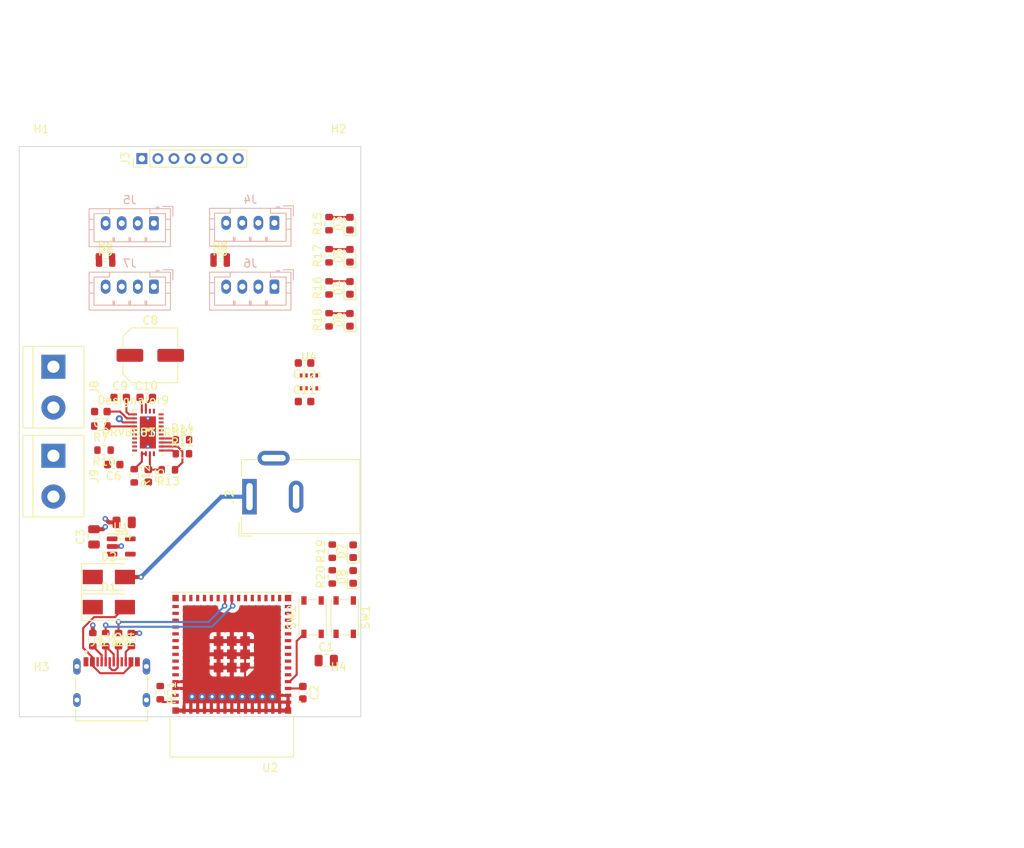
<source format=kicad_pcb>
(kicad_pcb (version 20211014) (generator pcbnew)
  (layers (0 "F.Cu" signal "Front") (1 "In1.Cu" power) (2 "In2.Cu" power) (31 "B.Cu" signal "Back") (34 "B.Paste" user) (35 "F.Paste" user) (36 "B.SilkS" user "B.Silkscreen") (37 "F.SilkS" user "F.Silkscreen") (38 "B.Mask" user) (39 "F.Mask" user) (44 "Edge.Cuts" user))
  (net 0 "")
  (net 1 "+3V3")
  (net 2 "GND")
  (net 3 "Net-(C3-Pad1)")
  (net 4 "PWM1")
  (net 5 "+12V")
  (net 6 "PWM2")
  (net 7 "PWM3")
  (net 8 "PWM4")
  (net 9 "+5V")
  (net 10 "USB_D+")
  (net 11 "USB_D-")
  (net 12 "Net-(J1-PadA5)")
  (net 15 "Net-(J1-PadB5)")
  (net 16 "TFT_SCK")
  (net 17 "TFT_SDA")
  (net 18 "TFT_RST")
  (net 19 "TFT_DC")
  (net 20 "TFT_CS")
  (net 21 "LSENSOR1")
  (net 22 "Net-(J4-Pad4)")
  (net 23 "LSENSOR2")
  (net 24 "Net-(J5-Pad4)")
  (net 25 "LSENSOR3")
  (net 26 "Net-(J6-Pad4)")
  (net 27 "LSENSOR4")
  (net 28 "Net-(J7-Pad4)")
  (net 29 "MTR1A")
  (net 30 "MTR1B")
  (net 31 "MTR2A")
  (net 32 "MTR2B")
  (net 33 "Net-(R3-Pad1)")
  (net 34 "Net-(R4-Pad1)")
  (net 35 "MTR_EN")
  (net 36 "Net-(R10-Pad1)")
  (net 38 "MCU_BOOT")
  (net 39 "BMP_SCK")
  (net 40 "BMP_SDA")
  (net 48 "ULED_1")
  (net 49 "ULED_2")
  (net 50 "ULED_5")
  (net 51 "ULED_3")
  (net 52 "ULED_4")
  (net 53 "ULED_6")
  (net 55 "Net-(C9-Pad2)")
  (net 56 "Net-(R7-Pad1)")
  (net 57 "Net-(R12-Pad1)")
  (net 58 "/NFAULT")
  (net 65 "Net-(R13-Pad1)")
  (net 66 "MCU_EN")
  (net 67 "Net-(R14-Pad1)")
  (net 68 "Net-(C10-Pad2)")
  (net 69 "Net-(C10-Pad1)")
  (net 70 "Net-(D3-Pad2)")
  (net 71 "Net-(D4-Pad2)")
  (net 72 "Net-(D5-Pad2)")
  (net 73 "Net-(D6-Pad2)")
  (net 74 "Net-(D7-Pad2)")
  (net 75 "Net-(D8-Pad2)")
  (footprint "Capacitor_SMD:C_0603_1608Metric" (layer "F.Cu") (at 140.803997 86.25)
    (fp_text reference "C9")
    (fp_text value ".47u")
  )
  (footprint "Capacitor_SMD:C_0603_1608Metric" (layer "F.Cu") (at 140 94.6 180)
    (fp_text reference "C6")
    (fp_text value ".1u")
  )
  (footprint "Connector_PinHeader_2.00mm:PinHeader_1x07_P2.00mm_Vertical" (layer "F.Cu") (at 143.5 56.5 90)
    (fp_text reference "J3")
    (fp_text value "Conn_01x07")
  )
  (footprint "Resistor_SMD:R_0603_1608Metric" (layer "F.Cu") (at 138.8 92.8 180)
    (fp_text reference "R10")
    (fp_text value "250m")
  )
  (footprint "Capacitor_SMD:C_0603_1608Metric" (layer "F.Cu") (at 163.75 81.95 180)
    (fp_text reference "C12")
    (fp_text value ".01u")
  )
  (footprint "Resistor_SMD:R_0603_1608Metric" (layer "F.Cu") (at 139 116.4 -90)
    (fp_text reference "R3")
    (fp_text value "0")
  )
  (footprint "LED_SMD:LED_0603_1608Metric" (layer "F.Cu") (at 169.4 72.6 90)
    (fp_text reference "D4")
    (fp_text value "WHITE")
  )
  (footprint "Resistor_SMD:R_0603_1608Metric" (layer "F.Cu") (at 142.2 116.4 90)
    (fp_text reference "R2")
    (fp_text value "5k1")
  )
  (footprint "Capacitor_SMD:C_0805_2012Metric" (layer "F.Cu") (at 137.55 103.6 90)
    (fp_text reference "C3")
    (fp_text value "1u")
  )
  (footprint "Diode_SMD:D_SMA" (layer "F.Cu") (at 139.4 112.35)
    (fp_text reference "D1")
    (fp_text value "D_Schottky")
  )
  (footprint "Capacitor_SMD:C_0805_2012Metric" (layer "F.Cu") (at 141.3 101.8 180)
    (fp_text reference "C4")
    (fp_text value "1u")
  )
  (footprint "Resistor_SMD:R_0603_1608Metric" (layer "F.Cu") (at 148.553997 93.25)
    (fp_text reference "R11")
    (fp_text value "10k")
  )
  (footprint "Diode_SMD:D_SMA" (layer "F.Cu") (at 139.4 108.6)
    (fp_text reference "D2")
    (fp_text value "D_Schottky")
  )
  (footprint "LED_SMD:LED_0603_1608Metric" (layer "F.Cu") (at 169.8 108.5875 90)
    (fp_text reference "D8")
    (fp_text value "WHITE")
  )
  (footprint "MountingHole:MountingHole_3.2mm_M3" (layer "F.Cu") (at 168 124)
    (fp_text reference "H4")
    (fp_text value "MountingHole")
  )
  (footprint "Resistor_SMD:R_0603_1608Metric" (layer "F.Cu") (at 166.8 68.6 90)
    (fp_text reference "R17")
    (fp_text value "2k2")
  )
  (footprint "Connector_BarrelJack:BarrelJack_Wuerth_6941xx301002" (layer "F.Cu") (at 156.9 98.6 90)
    (fp_text reference "J2")
    (fp_text value "Barrel_Jack_Switch")
  )
  (footprint "Resistor_SMD:R_0603_1608Metric" (layer "F.Cu") (at 140.6 116.4 -90)
    (fp_text reference "R4")
    (fp_text value "0")
  )
  (footprint "TYPE-C-31-M-12:HRO_TYPE-C-31-M-12" (layer "F.Cu") (at 139.75 123.9125)
    (fp_text reference "J1")
    (fp_text value "TYPE-C-31-M-12")
    (fp_line (start 4.025 -3.62) (end 4.025 -4.72) (layer "Edge.Cuts") (width 0.01))
    (fp_line (start -4.625 0.4) (end -4.625 -0.4) (layer "Edge.Cuts") (width 0.01))
    (fp_line (start -4.025 -0.4) (end -4.025 0.4) (layer "Edge.Cuts") (width 0.01))
    (fp_line (start 4.025 0.4) (end 4.025 -0.4) (layer "Edge.Cuts") (width 0.01))
    (fp_line (start -4.025 -4.72) (end -4.025 -3.62) (layer "Edge.Cuts") (width 0.01))
    (fp_line (start 4.625 -0.4) (end 4.625 0.4) (layer "Edge.Cuts") (width 0.01))
    (fp_line (start 4.625 -4.72) (end 4.625 -3.62) (layer "Edge.Cuts") (width 0.01))
    (fp_line (start -4.625 -3.62) (end -4.625 -4.72) (layer "Edge.Cuts") (width 0.01))
    (fp_arc (start -4.325 -5.02) (mid -4.112868 -4.932132) (end -4.025 -4.72) (layer "Edge.Cuts") (width 0.01))
    (fp_arc (start 4.625 -3.62) (mid 4.537132 -3.407868) (end 4.325 -3.32) (layer "Edge.Cuts") (width 0.01))
    (fp_arc (start 4.325 -5.02) (mid 4.537132 -4.932132) (end 4.625 -4.72) (layer "Edge.Cuts") (width 0.01))
    (fp_arc (start 4.325 -0.7) (mid 4.537132 -0.612132) (end 4.625 -0.4) (layer "Edge.Cuts") (width 0.01))
    (fp_arc (start 4.025 -0.4) (mid 4.112868 -0.612132) (end 4.325 -0.7) (layer "Edge.Cuts") (width 0.01))
    (fp_arc (start -4.025 0.4) (mid -4.112868 0.612132) (end -4.325 0.7) (layer "Edge.Cuts") (width 0.01))
    (fp_arc (start -4.025 -3.62) (mid -4.112868 -3.407868) (end -4.325 -3.32) (layer "Edge.Cuts") (width 0.01))
    (fp_arc (start 4.325 -3.32) (mid 4.112868 -3.407868) (end 4.025 -3.62) (layer "Edge.Cuts") (width 0.01))
    (fp_arc (start 4.025 -4.72) (mid 4.112868 -4.932132) (end 4.325 -5.02) (layer "Edge.Cuts") (width 0.01))
    (fp_arc (start -4.325 -3.32) (mid -4.537132 -3.407868) (end -4.625 -3.62) (layer "Edge.Cuts") (width 0.01))
    (fp_arc (start -4.325 -0.7) (mid -4.112868 -0.612132) (end -4.025 -0.4) (layer "Edge.Cuts") (width 0.01))
    (fp_arc (start -4.325 0.7) (mid -4.537132 0.612132) (end -4.625 0.4) (layer "Edge.Cuts") (width 0.01))
    (fp_arc (start -4.625 -4.72) (mid -4.537132 -4.932132) (end -4.325 -5.02) (layer "Edge.Cuts") (width 0.01))
    (fp_arc (start 4.625 0.4) (mid 4.537132 0.612132) (end 4.325 0.7) (layer "Edge.Cuts") (width 0.01))
    (fp_arc (start -4.625 -0.4) (mid -4.537132 -0.612132) (end -4.325 -0.7) (layer "Edge.Cuts") (width 0.01))
    (fp_arc (start 4.325 0.7) (mid 4.112868 0.612132) (end 4.025 0.4) (layer "Edge.Cuts") (width 0.01))
  )
  (footprint "Resistor_SMD:R_0603_1608Metric" (layer "F.Cu") (at 145.787878 123.00157 -90)
    (fp_text reference "R21")
    (fp_text value "10k")
  )
  (footprint "Resistor_SMD:R_0603_1608Metric" (layer "F.Cu") (at 167.2 105.3875 90)
    (fp_text reference "R19")
    (fp_text value "2k2")
  )
  (footprint "MountingHole:MountingHole_3.2mm_M3" (layer "F.Cu") (at 168 57)
    (fp_text reference "H2")
    (fp_text value "MountingHole")
  )
  (footprint "Resistor_SMD:R_0603_1608Metric" (layer "F.Cu") (at 146.803997 95.25 180)
    (fp_text reference "R13")
    (fp_text value "10k")
  )
  (footprint "Resistor_SMD:R_0603_1608Metric" (layer "F.Cu") (at 138.4 89.8 180)
    (fp_text reference "R7")
    (fp_text value "250m")
  )
  (footprint "MountingHole:MountingHole_3.2mm_M3" (layer "F.Cu") (at 131 57)
    (fp_text reference "H1")
    (fp_text value "MountingHole")
  )
  (footprint "TerminalBlock:TerminalBlock_bornier-2_P5.08mm" (layer "F.Cu") (at 132.5 82.42 -90)
    (fp_text reference "J8")
    (fp_text value "Screw_Terminal_01x02")
  )
  (footprint "Resistor_SMD:R_0603_1608Metric" (layer "F.Cu") (at 166.8 76.575 90)
    (fp_text reference "R18")
    (fp_text value "2k2")
  )
  (footprint "Package_TO_SOT_SMD:SOT-23-5" (layer "F.Cu") (at 140.9375 104.8)
    (fp_text reference "U1")
    (fp_text value "AP2112K-3.3")
  )
  (footprint "LED_SMD:LED_0603_1608Metric" (layer "F.Cu") (at 169.4 68.6 90)
    (fp_text reference "D5")
    (fp_text value "WHITE")
  )
  (footprint "Capacitor_SMD:C_0603_1608Metric" (layer "F.Cu") (at 144.303997 96 -90)
    (fp_text reference "C5")
    (fp_text value ".47u")
  )
  (footprint "Resistor_SMD:R_0603_1608Metric" (layer "F.Cu") (at 137.4 116.4 -90)
    (fp_text reference "R1")
    (fp_text value "5k1")
  )
  (footprint "MountingHole:MountingHole_3.2mm_M3" (layer "F.Cu") (at 131 124)
    (fp_text reference "H3")
    (fp_text value "MountingHole")
  )
  (footprint "footprints:DRV8881PRHRT" (layer "F.Cu") (at 144.253997 90.6)
    (fp_text reference "U3")
    (fp_text value "DRV8881PRHRT")
  )
  (footprint "Capacitor_SMD:C_0603_1608Metric" (layer "F.Cu") (at 138.4 88 180)
    (fp_text reference "C7")
    (fp_text value ".1u")
  )
  (footprint "LED_SMD:LED_0603_1608Metric" (layer "F.Cu") (at 169.8 105.3875 90)
    (fp_text reference "D7")
    (fp_text value "WHITE")
  )
  (footprint "Resistor_SMD:R_0603_1608Metric" (layer "F.Cu") (at 153.25 68.75)
    (fp_text reference "R8")
    (fp_text value "0")
  )
  (footprint "Resistor_SMD:R_0603_1608Metric" (layer "F.Cu") (at 142.553997 96 -90)
    (fp_text reference "R12")
    (fp_text value "20k")
  )
  (footprint "Resistor_SMD:R_0603_1608Metric" (layer "F.Cu") (at 167.2 108.5875 90)
    (fp_text reference "R20")
    (fp_text value "2k2")
  )
  (footprint "Resistor_SMD:R_0603_1608Metric" (layer "F.Cu") (at 138.975 68.75)
    (fp_text reference "R6")
    (fp_text value "0")
  )
  (footprint "Capacitor_SMD:C_0603_1608Metric" (layer "F.Cu") (at 163.75 86.75)
    (fp_text reference "C11")
    (fp_text value ".01u")
  )
  (footprint "LED_SMD:LED_0603_1608Metric" (layer "F.Cu") (at 169.4 64.6 90)
    (fp_text reference "D3")
    (fp_text value "WHITE")
  )
  (footprint "Capacitor_SMD:C_0603_1608Metric" (layer "F.Cu") (at 163.537878 123.00157 -90)
    (fp_text reference "C2")
    (fp_text value "0.1u")
  )
  (footprint "Capacitor_SMD:C_0805_2012Metric" (layer "F.Cu") (at 166.45 119)
    (fp_text reference "C1")
    (fp_text value "22u")
  )
  (footprint "Button_Switch_SMD:SW_SPST_PTS810" (layer "F.Cu") (at 164.75 113.6 90)
    (fp_text reference "SW2")
    (fp_text value "SW_SPST")
  )
  (footprint "Resistor_SMD:R_0603_1608Metric" (layer "F.Cu") (at 148.553997 91.5)
    (fp_text reference "R14")
    (fp_text value "20k")
  )
  (footprint "Resistor_SMD:R_0603_1608Metric" (layer "F.Cu") (at 139 69.5)
    (fp_text reference "R9")
    (fp_text value "0")
  )
  (footprint "Capacitor_SMD:C_0603_1608Metric" (layer "F.Cu") (at 144.053997 86.25)
    (fp_text reference "C10")
    (fp_text value ".1u")
  )
  (footprint "LED_SMD:LED_0603_1608Metric" (layer "F.Cu") (at 169.4 76.575 90)
    (fp_text reference "D6")
    (fp_text value "WHITE")
  )
  (footprint "Capacitor_SMD:C_Elec_6.3x5.8" (layer "F.Cu") (at 144.553997 81)
    (fp_text reference "C8")
    (fp_text value "100u")
  )
  (footprint "Resistor_SMD:R_0603_1608Metric" (layer "F.Cu") (at 166.8 72.6 90)
    (fp_text reference "R16")
    (fp_text value "2k2")
  )
  (footprint "Button_Switch_SMD:SW_SPST_PTS810" (layer "F.Cu") (at 168.75 113.6 -90)
    (fp_text reference "SW1")
    (fp_text value "SW_SPST")
  )
  (footprint "Resistor_SMD:R_0603_1608Metric" (layer "F.Cu") (at 153.25 69.5)
    (fp_text reference "R5")
    (fp_text value "0")
  )
  (footprint "TerminalBlock:TerminalBlock_bornier-2_P5.08mm" (layer "F.Cu") (at 132.5 93.5 -90)
    (fp_text reference "J9")
    (fp_text value "Screw_Terminal_01x02")
  )
  (footprint "ESP32-S3-MINI-1-N8:XCVR_ESP32-S3-MINI-1-N8" (layer "F.Cu") (at 154.700378 118.22657 180)
    (fp_text reference "U2")
    (fp_text value "ESP32-S3-MINI-1-N8")
  )
  (footprint "Package_LGA:Bosch_LGA-8_2x2.5mm_P0.65mm_ClockwisePinNumbering" (layer "F.Cu") (at 164.3 84.3)
    (fp_text reference "U4")
    (fp_text value "BMP280")
  )
  (footprint "Resistor_SMD:R_0603_1608Metric" (layer "F.Cu") (at 166.8 64.6 90)
    (fp_text reference "R15")
    (fp_text value "2k2")
  )
  (footprint "Connector_JST:JST_PH_B4B-PH-K_1x04_P2.00mm_Vertical" (layer "B.Cu") (at 145 72.45 180)
    (fp_text reference "J7")
    (fp_text value "Conn_01x04")
  )
  (footprint "Connector_JST:JST_PH_B4B-PH-K_1x04_P2.00mm_Vertical" (layer "B.Cu") (at 160 64.5 180)
    (fp_text reference "J4")
    (fp_text value "Conn_01x04")
  )
  (footprint "Connector_JST:JST_PH_B4B-PH-K_1x04_P2.00mm_Vertical" (layer "B.Cu") (at 145 64.55 180)
    (fp_text reference "J5")
    (fp_text value "Conn_01x04")
  )
  (footprint "Connector_JST:JST_PH_B4B-PH-K_1x04_P2.00mm_Vertical" (layer "B.Cu") (at 160 72.45 180)
    (fp_text reference "J6")
    (fp_text value "Conn_01x04")
  )
  (gr_line (start 128.25 126) (end 170.75 126) (layer "Edge.Cuts") (width 0.1))
  (gr_line (start 128.25 55) (end 170.75 55) (layer "Edge.Cuts") (width 0.1))
  (gr_line (start 128.25 55) (end 128.25 126) (layer "Edge.Cuts") (width 0.1))
  (gr_line (start 170.75 55) (end 170.75 126) (layer "Edge.Cuts") (width 0.1))
  (segment (start 161.700378 122.47657) (end 163.287878 122.47657) (width 0.254) (layer "F.Cu") (net 1))
  (segment (start 163.287878 122.47657) (end 163.537878 122.22657) (width 0.254) (layer "F.Cu") (net 1))
  (segment (start 140.35 101.8) (end 139.4 101.8) (width 0.508) (layer "F.Cu") (net 2))
  (segment (start 142.2 115.575) (end 143.175 115.575) (width 0.508) (layer "F.Cu") (net 2))
  (segment (start 156.350378 121.350378) (end 156.5 121.5) (width 0.254) (layer "F.Cu") (net 2))
  (segment (start 140.9 104.8) (end 140.95 104.75) (width 0.508) (layer "F.Cu") (net 2))
  (segment (start 137.55 102.65) (end 138.65 102.65) (width 0.508) (layer "F.Cu") (net 2))
  (segment (start 139.4 101.8) (end 138.95 101.35) (width 0.508) (layer "F.Cu") (net 2))
  (segment (start 156.350378 118.22657) (end 156.350378 119.87657) (width 0.254) (layer "F.Cu") (net 2))
  (segment (start 158.12657 119.87657) (end 158.25 120) (width 0.254) (layer "F.Cu") (net 2))
  (segment (start 137.4 115.575) (end 137.4 114.6) (width 0.508) (layer "F.Cu") (net 2))
  (segment (start 156.350378 119.87657) (end 156.350378 121.350378) (width 0.254) (layer "F.Cu") (net 2))
  (segment (start 138.65 102.65) (end 138.95 102.35) (width 0.508) (layer "F.Cu") (net 2))
  (segment (start 139.8 104.8) (end 140.9 104.8) (width 0.508) (layer "F.Cu") (net 2))
  (segment (start 143.175 115.575) (end 143.2 115.6) (width 0.508) (layer "F.Cu") (net 2))
  (segment (start 156.350378 119.87657) (end 154.700378 119.87657) (width 0.254) (layer "F.Cu") (net 2))
  (segment (start 156.350378 119.87657) (end 158.12657 119.87657) (width 0.254) (layer "F.Cu") (net 2))
  (via (at 138.95 101.35) (size 0.6858) (drill 0.3302) (layers "F.Cu" "B.Cu") (net 2))
  (via (at 137.4 114.6) (size 0.6858) (drill 0.3302) (layers "F.Cu" "B.Cu") (net 2))
  (via (at 138.95 102.35) (size 0.6858) (drill 0.3302) (layers "F.Cu" "B.Cu") (net 2))
  (via (at 140.95 104.75) (size 0.6858) (drill 0.3302) (layers "F.Cu" "B.Cu") (net 2))
  (via (at 153.5 123.5) (size 0.889) (drill 0.381) (layers "F.Cu" "B.Cu") (net 2))
  (via (at 151 123.5) (size 0.889) (drill 0.381) (layers "F.Cu" "B.Cu") (net 2))
  (via (at 149.75 123.5) (size 0.889) (drill 0.381) (layers "F.Cu" "B.Cu") (net 2))
  (via (at 157.25 123.5) (size 0.889) (drill 0.381) (layers "F.Cu" "B.Cu") (net 2))
  (via (at 159.75 123.5) (size 0.889) (drill 0.381) (layers "F.Cu" "B.Cu") (net 2))
  (via (at 156 123.5) (size 0.889) (drill 0.381) (layers "F.Cu" "B.Cu") (net 2))
  (via (at 143.2 115.6) (size 0.6858) (drill 0.3302) (layers "F.Cu" "B.Cu") (net 2))
  (via (at 158.5 123.5) (size 0.889) (drill 0.381) (layers "F.Cu" "B.Cu") (net 2))
  (via (at 154.75 123.5) (size 0.889) (drill 0.381) (layers "F.Cu" "B.Cu") (net 2))
  (via (at 152.25 123.5) (size 0.889) (drill 0.381) (layers "F.Cu" "B.Cu") (net 2))
  (segment (start 143.4 108.6) (end 141.4 108.6) (width 0.508) (layer "F.Cu") (net 5))
  (segment (start 140.787829 88) (end 139.175 88) (width 0.254) (layer "F.Cu") (net 5))
  (segment (start 141.637827 88.849998) (end 140.787829 88) (width 0.254) (layer "F.Cu") (net 5))
  (segment (start 142.603998 88.849998) (end 141.637827 88.849998) (width 0.254) (layer "F.Cu") (net 5))
  (via (at 143.4 108.6) (size 0.6858) (drill 0.3302) (layers "F.Cu" "B.Cu") (net 5))
  (segment (start 153.4 98.6) (end 143.4 108.6) (width 0.508) (layer "B.Cu") (net 5))
  (segment (start 156.9 98.6) (end 153.4 98.6) (width 0.508) (layer "B.Cu") (net 5))
  (segment (start 136.2 117.4345) (end 136.2 114.955855) (width 0.254) (layer "F.Cu") (net 9))
  (segment (start 138.318001 120.581) (end 137.35 119.612999) (width 0.254) (layer "F.Cu") (net 9))
  (segment (start 142.15 119.65) (end 141.219 120.581) (width 0.254) (layer "F.Cu") (net 9))
  (segment (start 137.35 118.5845) (end 136.2 117.4345) (width 0.254) (layer "F.Cu") (net 9))
  (segment (start 137.35 119.1625) (end 137.35 118.5845) (width 0.254) (layer "F.Cu") (net 9))
  (segment (start 137.555855 113.6) (end 140.15 113.6) (width 0.254) (layer "F.Cu") (net 9))
  (segment (start 137.35 119.612999) (end 137.35 119.1625) (width 0.254) (layer "F.Cu") (net 9))
  (segment (start 140.15 113.6) (end 141.4 112.35) (width 0.254) (layer "F.Cu") (net 9))
  (segment (start 141.219 120.581) (end 138.318001 120.581) (width 0.254) (layer "F.Cu") (net 9))
  (segment (start 142.15 119.1625) (end 142.15 119.65) (width 0.254) (layer "F.Cu") (net 9))
  (segment (start 136.2 114.955855) (end 137.555855 113.6) (width 0.254) (layer "F.Cu") (net 9))
  (segment (start 139.5 119.8905) (end 139.8095 120.2) (width 0.254) (layer "F.Cu") (net 10))
  (segment (start 139.8095 120.2) (end 140.1905 120.2) (width 0.254) (layer "F.Cu") (net 10))
  (segment (start 140.5 119.1625) (end 140.5 117.325) (width 0.254) (layer "F.Cu") (net 10))
  (segment (start 140.1905 120.2) (end 140.5 119.8905) (width 0.254) (layer "F.Cu") (net 10))
  (segment (start 139.5 119.1625) (end 139.5 119.8905) (width 0.254) (layer "F.Cu") (net 10))
  (segment (start 140.5 119.8905) (end 140.5 119.1625) (width 0.254) (layer "F.Cu") (net 10))
  (segment (start 140.5 117.325) (end 140.6 117.225) (width 0.254) (layer "F.Cu") (net 10))
  (segment (start 140 118.225) (end 139 117.225) (width 0.254) (layer "F.Cu") (net 11))
  (segment (start 139 119.1625) (end 139 117.225) (width 0.254) (layer "F.Cu") (net 11))
  (segment (start 140 119.1625) (end 140 118.225) (width 0.254) (layer "F.Cu") (net 11))
  (segment (start 138.5 118.325) (end 137.4 117.225) (width 0.254) (layer "F.Cu") (net 12))
  (segment (start 138.5 119.1625) (end 138.5 118.325) (width 0.254) (layer "F.Cu") (net 12))
  (segment (start 141.5 119.1625) (end 141.5 117.925) (width 0.254) (layer "F.Cu") (net 15))
  (segment (start 141.5 117.925) (end 142.2 117.225) (width 0.254) (layer "F.Cu") (net 15))
  (segment (start 141.150706 89.35) (end 140.700353 88.899647) (width 0.254) (layer "F.Cu") (net 29))
  (segment (start 142.603998 89.35) (end 141.150706 89.35) (width 0.254) (layer "F.Cu") (net 29))
  (via (at 140.700353 88.899647) (size 0.889) (drill 0.381) (layers "F.Cu" "B.Cu") (net 29))
  (segment (start 154.700378 112.100378) (end 154.8 112.2) (width 0.254) (layer "F.Cu") (net 33))
  (segment (start 154.700378 111.22657) (end 154.700378 112.100378) (width 0.254) (layer "F.Cu") (net 33))
  (segment (start 139 115.575) (end 139 114.6) (width 0.254) (layer "F.Cu") (net 33))
  (via (at 139 114.6) (size 0.6858) (drill 0.3302) (layers "F.Cu" "B.Cu") (net 33))
  (via (at 154.8 112.2) (size 0.6858) (drill 0.3302) (layers "F.Cu" "B.Cu") (net 33))
  (segment (start 154.8 112.2) (end 152.2031 114.7969) (width 0.254) (layer "B.Cu") (net 33))
  (segment (start 152.2031 114.7969) (end 139.1969 114.7969) (width 0.254) (layer "B.Cu") (net 33))
  (segment (start 139.1969 114.7969) (end 139 114.6) (width 0.254) (layer "B.Cu") (net 33))
  (segment (start 140.6 115.575) (end 140.6 114.2) (width 0.254) (layer "F.Cu") (net 34))
  (segment (start 153.850378 112.149622) (end 153.8 112.2) (width 0.254) (layer "F.Cu") (net 34))
  (segment (start 153.850378 111.22657) (end 153.850378 112.149622) (width 0.254) (layer "F.Cu") (net 34))
  (via (at 140.6 114.2) (size 0.6858) (drill 0.3302) (layers "F.Cu" "B.Cu") (net 34))
  (via (at 153.8 112.2) (size 0.6858) (drill 0.3302) (layers "F.Cu" "B.Cu") (net 34))
  (segment (start 140.6 114.2) (end 151.8 114.2) (width 0.254) (layer "B.Cu") (net 34))
  (segment (start 151.8 114.2) (end 153.8 112.2) (width 0.254) (layer "B.Cu") (net 34))
  (segment (start 145.903996 92.850001) (end 147.328998 92.850001) (width 0.254) (layer "F.Cu") (net 35))
  (segment (start 147.328998 92.850001) (end 147.728997 93.25) (width 0.254) (layer "F.Cu") (net 35))
  (segment (start 162.771 120.755948) (end 162.771 116.579) (width 0.254) (layer "F.Cu") (net 38))
  (segment (start 161.900378 121.62657) (end 162.771 120.755948) (width 0.254) (layer "F.Cu") (net 38))
  (segment (start 161.700378 121.62657) (end 161.900378 121.62657) (width 0.254) (layer "F.Cu") (net 38))
  (segment (start 162.771 116.579) (end 163.675 115.675) (width 0.254) (layer "F.Cu") (net 38))
  (segment (start 141.578997 88.025) (end 141.578997 86.25) (width 0.254) (layer "F.Cu") (net 55))
  (segment (start 141.903996 88.349999) (end 141.578997 88.025) (width 0.254) (layer "F.Cu") (net 55))
  (segment (start 142.603998 88.349999) (end 141.903996 88.349999) (width 0.254) (layer "F.Cu") (net 55))
  (segment (start 139.274999 89.849999) (end 139.225 89.8) (width 0.254) (layer "F.Cu") (net 56))
  (segment (start 142.603998 89.849999) (end 139.274999 89.849999) (width 0.254) (layer "F.Cu") (net 56))
  (segment (start 143.503996 93.25) (end 143.503996 94.225001) (width 0.254) (layer "F.Cu") (net 57))
  (segment (start 143.503996 94.225001) (end 142.553997 95.175) (width 0.254) (layer "F.Cu") (net 57))
  (segment (start 144.003997 93.25) (end 143.503996 93.25) (width 0.254) (layer "F.Cu") (net 57))
  (segment (start 145.953997 95.225) (end 145.978997 95.25) (width 0.254) (layer "F.Cu") (net 58))
  (segment (start 144.503997 93.25) (end 144.503997 95.025) (width 0.254) (layer "F.Cu") (net 58))
  (segment (start 144.303997 95.225) (end 145.953997 95.225) (width 0.254) (layer "F.Cu") (net 58))
  (segment (start 144.503997 95.025) (end 144.303997 95.225) (width 0.254) (layer "F.Cu") (net 58))
  (segment (start 148.553997 94.325) (end 147.628997 95.25) (width 0.254) (layer "F.Cu") (net 65))
  (segment (start 148.553997 92.957947) (end 148.553997 94.325) (width 0.254) (layer "F.Cu") (net 65))
  (segment (start 145.903996 92.350002) (end 147.946052 92.350002) (width 0.254) (layer "F.Cu") (net 65))
  (segment (start 147.946052 92.350002) (end 148.553997 92.957947) (width 0.254) (layer "F.Cu") (net 65))
  (segment (start 146.137878 124.17657) (end 145.787878 123.82657) (width 0.254) (layer "F.Cu") (net 66))
  (segment (start 147.700378 124.17657) (end 146.137878 124.17657) (width 0.254) (layer "F.Cu") (net 66))
  (segment (start 147.378997 91.85) (end 147.728997 91.5) (width 0.254) (layer "F.Cu") (net 67))
  (segment (start 147.578998 91.350001) (end 147.728997 91.5) (width 0.254) (layer "F.Cu") (net 67))
  (segment (start 145.903996 91.350001) (end 147.578998 91.350001) (width 0.254) (layer "F.Cu") (net 67))
  (segment (start 145.903996 91.85) (end 147.378997 91.85) (width 0.254) (layer "F.Cu") (net 67))
  (segment (start 144.003997 87.075) (end 144.828997 86.25) (width 0.254) (layer "F.Cu") (net 68))
  (segment (start 144.003997 87.95) (end 144.003997 87.075) (width 0.254) (layer "F.Cu") (net 68))
  (segment (start 143.503999 87.95) (end 143.503999 86.475002) (width 0.254) (layer "F.Cu") (net 69))
  (segment (start 143.503999 86.475002) (end 143.278997 86.25) (width 0.254) (layer "F.Cu") (net 69))
  (segment (start 169.3625 63.775) (end 169.4 63.8125) (width 0.254) (layer "F.Cu") (net 70))
  (segment (start 166.8 63.775) (end 169.3625 63.775) (width 0.254) (layer "F.Cu") (net 70))
  (segment (start 166.8 71.775) (end 169.3625 71.775) (width 0.254) (layer "F.Cu") (net 71))
  (segment (start 169.3625 71.775) (end 169.4 71.8125) (width 0.254) (layer "F.Cu") (net 71))
  (segment (start 169.3625 67.775) (end 169.4 67.8125) (width 0.254) (layer "F.Cu") (net 72))
  (segment (start 166.8 67.775) (end 169.3625 67.775) (width 0.254) (layer "F.Cu") (net 72))
  (segment (start 166.8 75.75) (end 169.3625 75.75) (width 0.254) (layer "F.Cu") (net 73))
  (segment (start 169.3625 75.75) (end 169.4 75.7875) (width 0.254) (layer "F.Cu") (net 73))
  (zone (net 2) (net_name "GND") (layer "F.Cu") (connect_pads (clearance 0.508)) (min_thickness 0.254) (fill yes (thermal_gap 0.508) (thermal_bridge_width 0.508))
    (polygon (pts (xy 162.65 126.42157) (xy 146.75 126.43157) (xy 146.76 110.26157) (xy 162.65 110.25157)))
  )
)
</source>
